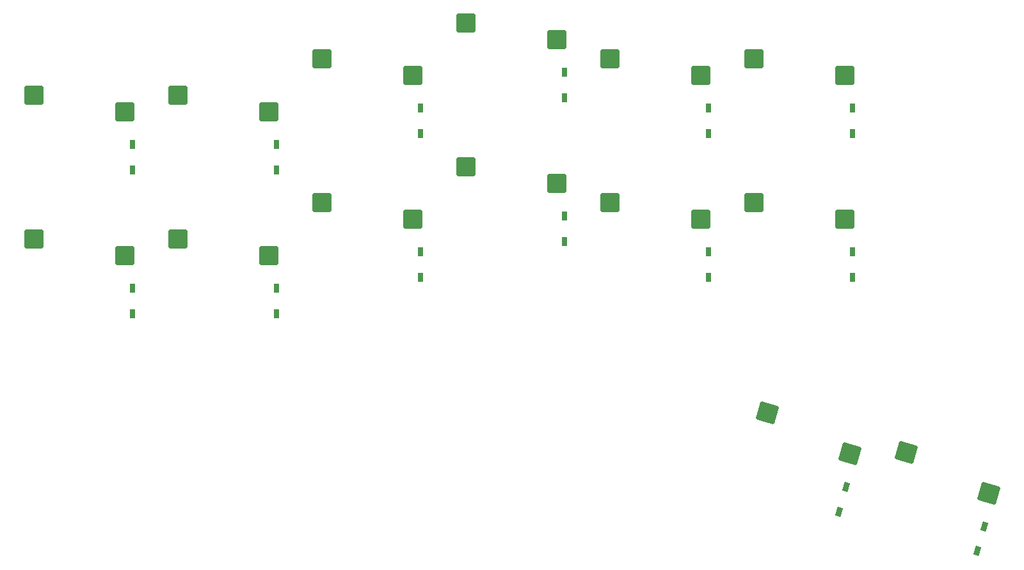
<source format=gbr>
%TF.GenerationSoftware,KiCad,Pcbnew,8.0.0*%
%TF.CreationDate,2024-03-11T23:33:39-04:00*%
%TF.ProjectId,Kiwi MKIII Left,4b697769-204d-44b4-9949-49204c656674,rev?*%
%TF.SameCoordinates,Original*%
%TF.FileFunction,Paste,Bot*%
%TF.FilePolarity,Positive*%
%FSLAX46Y46*%
G04 Gerber Fmt 4.6, Leading zero omitted, Abs format (unit mm)*
G04 Created by KiCad (PCBNEW 8.0.0) date 2024-03-11 23:33:39*
%MOMM*%
%LPD*%
G01*
G04 APERTURE LIST*
G04 Aperture macros list*
%AMRoundRect*
0 Rectangle with rounded corners*
0 $1 Rounding radius*
0 $2 $3 $4 $5 $6 $7 $8 $9 X,Y pos of 4 corners*
0 Add a 4 corners polygon primitive as box body*
4,1,4,$2,$3,$4,$5,$6,$7,$8,$9,$2,$3,0*
0 Add four circle primitives for the rounded corners*
1,1,$1+$1,$2,$3*
1,1,$1+$1,$4,$5*
1,1,$1+$1,$6,$7*
1,1,$1+$1,$8,$9*
0 Add four rect primitives between the rounded corners*
20,1,$1+$1,$2,$3,$4,$5,0*
20,1,$1+$1,$4,$5,$6,$7,0*
20,1,$1+$1,$6,$7,$8,$9,0*
20,1,$1+$1,$8,$9,$2,$3,0*%
%AMRotRect*
0 Rectangle, with rotation*
0 The origin of the aperture is its center*
0 $1 length*
0 $2 width*
0 $3 Rotation angle, in degrees counterclockwise*
0 Add horizontal line*
21,1,$1,$2,0,0,$3*%
G04 Aperture macros list end*
%ADD10RoundRect,0.250000X-1.025000X-1.000000X1.025000X-1.000000X1.025000X1.000000X-1.025000X1.000000X0*%
%ADD11RoundRect,0.250000X-1.260931X-0.678733X0.709656X-1.243790X1.260931X0.678733X-0.709656X1.243790X0*%
%ADD12R,0.750000X1.200000*%
%ADD13RotRect,0.750000X1.200000X344.000000*%
G04 APERTURE END LIST*
D10*
%TO.C,SW203*%
X258129300Y-111492700D03*
X270129300Y-113692700D03*
%TD*%
%TO.C,SW209*%
X258129300Y-130542700D03*
X270129300Y-132742700D03*
%TD*%
%TO.C,SW201*%
X220029300Y-116255200D03*
X232029300Y-118455200D03*
%TD*%
%TO.C,SW207*%
X220029300Y-135305200D03*
X232029300Y-137505200D03*
%TD*%
%TO.C,SW208*%
X239079300Y-135305200D03*
X251079300Y-137505200D03*
%TD*%
%TO.C,SW212*%
X315279300Y-130542700D03*
X327279300Y-132742700D03*
%TD*%
%TO.C,SW206*%
X315279300Y-111492700D03*
X327279300Y-113692700D03*
%TD*%
%TO.C,SW202*%
X239079300Y-116255200D03*
X251079300Y-118455200D03*
%TD*%
%TO.C,SW205*%
X296229300Y-111492700D03*
X308229300Y-113692700D03*
%TD*%
D11*
%TO.C,SW214*%
X335380743Y-163622508D03*
X346309481Y-169044932D03*
%TD*%
D10*
%TO.C,SW211*%
X296229300Y-130542700D03*
X308229300Y-132742700D03*
%TD*%
%TO.C,SW210*%
X277179300Y-125780200D03*
X289179300Y-127980200D03*
%TD*%
D11*
%TO.C,SW213*%
X317068708Y-158385399D03*
X327997446Y-163807823D03*
%TD*%
D10*
%TO.C,SW204*%
X277179300Y-106730200D03*
X289179300Y-108930200D03*
%TD*%
D12*
%TO.C,D208*%
X252079300Y-145205200D03*
X252079300Y-141805200D03*
%TD*%
%TO.C,D206*%
X328279300Y-121392700D03*
X328279300Y-117992700D03*
%TD*%
%TO.C,D211*%
X309229300Y-140442700D03*
X309229300Y-137042700D03*
%TD*%
%TO.C,D201*%
X233029300Y-126155200D03*
X233029300Y-122755200D03*
%TD*%
%TO.C,D203*%
X271129300Y-121392700D03*
X271129300Y-117992700D03*
%TD*%
%TO.C,D202*%
X252079300Y-126155200D03*
X252079300Y-122755200D03*
%TD*%
%TO.C,D205*%
X309229300Y-121392700D03*
X309229300Y-117992700D03*
%TD*%
%TO.C,D207*%
X233029300Y-145205200D03*
X233029300Y-141805200D03*
%TD*%
%TO.C,D209*%
X271129300Y-140442700D03*
X271129300Y-137042700D03*
%TD*%
D13*
%TO.C,D213*%
X326528862Y-171441968D03*
X327466030Y-168173678D03*
%TD*%
D12*
%TO.C,D210*%
X290179300Y-135680200D03*
X290179300Y-132280200D03*
%TD*%
D13*
%TO.C,D214*%
X344840897Y-176679077D03*
X345778065Y-173410787D03*
%TD*%
D12*
%TO.C,D212*%
X328279300Y-140442700D03*
X328279300Y-137042700D03*
%TD*%
%TO.C,D204*%
X290179300Y-116630200D03*
X290179300Y-113230200D03*
%TD*%
M02*

</source>
